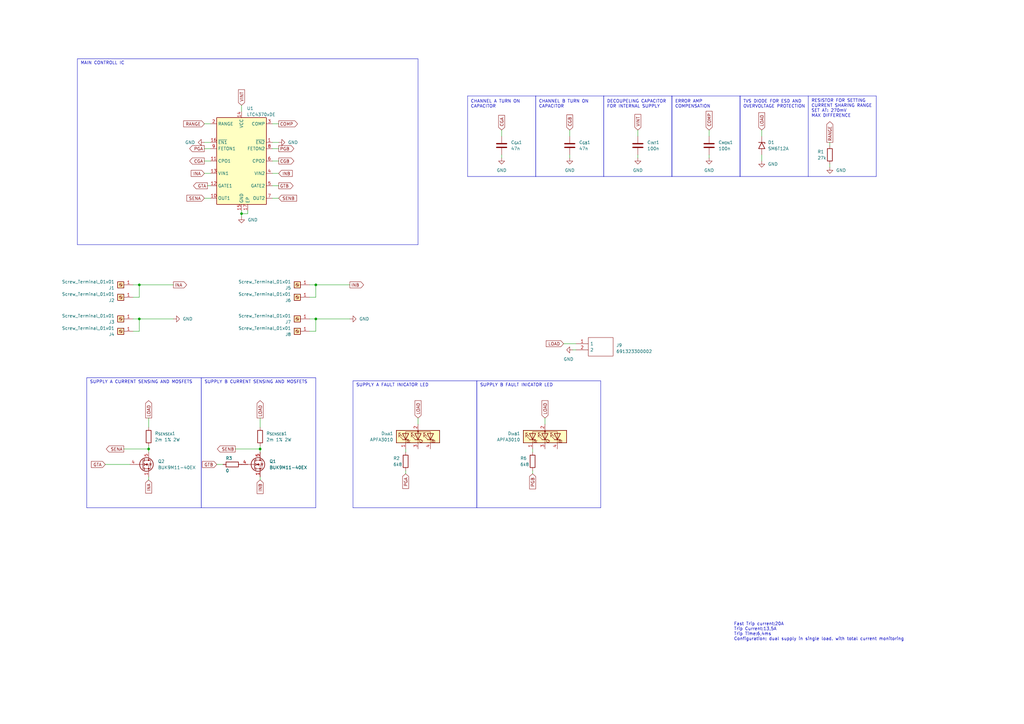
<source format=kicad_sch>
(kicad_sch (version 20231120) (generator "eeschema") (generator_version "8.0")
  (paper "A3")
  (lib_symbols
    (symbol "691323300002:691323300002" (pin_names (offset 0.762))
      (property "Reference" "J" (at 16.51 7.62 0))
      (property "Value" "691323300002" (at 16.51 5.08 0))
      (symbol "691323300002_0_0"
        (pin passive line (at 0 0 0) (length 5.08) (name "1") (number "1"))
        (pin passive line (at 0 -2.54 0) (length 5.08) (name "2") (number "2"))
      )
      (symbol "691323300002_0_1"
        (polyline (pts (xy 5.08 2.54) (xy 15.24 2.54) (xy 15.24 -5.08) (xy 5.08 -5.08) (xy 5.08 2.54)) (stroke (width 0.1524)))
      )
    )
    (symbol "Connector:Screw_Terminal_01x01" (pin_names (offset 1.016) hide)
      (property "Reference" "J" (at 0 2.54 0))
      (property "Value" "Screw_Terminal_01x01" (at 0 -2.54 0))
      (symbol "Screw_Terminal_01x01_1_1"
        (rectangle (start -1.27 1.27) (end 1.27 -1.27) (stroke (width 0.254)) (fill (type background)))
        (polyline (pts (xy -0.5334 0.3302) (xy 0.3302 -0.508)) (stroke (width 0.1524)))
        (polyline (pts (xy -0.3556 0.508) (xy 0.508 -0.3302)) (stroke (width 0.1524)))
        (circle (center 0 0) (radius 0.635) (stroke (width 0.1524)))
        (pin passive line (at -5.08 0 0) (length 3.81) (name "Pin_1") (number "1"))
      )
    )
    (symbol "Device:C" (pin_numbers hide) (pin_names (offset 0.254))
      (property "Reference" "C" (at 0.635 2.54 0))
      (property "Value" "C" (at 0.635 -2.54 0))
      (symbol "C_0_1"
        (polyline (pts (xy -2.032 -0.762) (xy 2.032 -0.762)) (stroke (width 0.508)))
        (polyline (pts (xy -2.032 0.762) (xy 2.032 0.762)) (stroke (width 0.508)))
      )
      (symbol "C_1_1"
        (pin passive line (at 0 3.81 270) (length 2.794) (name "~") (number "1"))
        (pin passive line (at 0 -3.81 90) (length 2.794) (name "~") (number "2"))
      )
    )
    (symbol "Device:R" (pin_numbers hide) (pin_names (offset 0))
      (property "Reference" "R" (at 2.032 0 90))
      (property "Value" "R" (at 0 0 90))
      (symbol "R_0_1"
        (rectangle (start -1.016 -2.54) (end 1.016 2.54) (stroke (width 0.254)))
      )
      (symbol "R_1_1"
        (pin passive line (at 0 3.81 270) (length 1.27) (name "~") (number "1"))
        (pin passive line (at 0 -3.81 90) (length 1.27) (name "~") (number "2"))
      )
    )
    (symbol "Diode:SM6T12A" (pin_numbers hide) (pin_names (offset 1.016) hide)
      (property "Reference" "D" (at 0 2.54 0))
      (property "Value" "SM6T12A" (at 0 -2.54 0))
      (symbol "SM6T12A_0_1"
        (polyline (pts (xy -0.762 1.27) (xy -1.27 1.27) (xy -1.27 -1.27)) (stroke (width 0.254)))
        (polyline (pts (xy 1.27 1.27) (xy 1.27 -1.27) (xy -1.27 0) (xy 1.27 1.27)) (stroke (width 0.254)))
      )
      (symbol "SM6T12A_1_1"
        (pin passive line (at -3.81 0 0) (length 2.54) (name "A1") (number "1"))
        (pin passive line (at 3.81 0 180) (length 2.54) (name "A2") (number "2"))
      )
    )
    (symbol "LED:APFA3010" (pin_names (offset 0) hide)
      (property "Reference" "D" (at 0 10.16 0))
      (property "Value" "APFA3010" (at 0 -10.16 0))
      (symbol "APFA3010_0_0"
        (text "B" (at -1.905 -6.35 0) (effects (font (size 1.27 1.27))))
        (text "G" (at -1.905 -1.27 0) (effects (font (size 1.27 1.27))))
        (text "R" (at -1.905 3.81 0) (effects (font (size 1.27 1.27))))
      )
      (symbol "APFA3010_0_1"
        (rectangle (start -2.54 -8.89) (end 2.54 8.89) (stroke (width 0.254)) (fill (type background)))
        (polyline (pts (xy -2.54 -5.08) (xy 1.27 -5.08)))
        (polyline (pts (xy -1.27 -3.81) (xy -1.27 -6.35)) (stroke (width 0.254)))
        (polyline (pts (xy -1.27 1.27) (xy -1.27 -1.27)) (stroke (width 0.254)))
        (polyline (pts (xy -1.27 6.35) (xy -1.27 3.81)) (stroke (width 0.254)))
        (polyline (pts (xy 1.27 5.08) (xy -2.54 5.08)))
        (polyline (pts (xy 2.54 0) (xy -2.54 0)))
        (polyline (pts (xy 1.27 -5.08) (xy 2.032 -5.08) (xy 2.032 5.08) (xy 1.27 5.08)))
        (polyline (pts (xy 1.27 -3.81) (xy 1.27 -6.35) (xy -1.27 -5.08) (xy 1.27 -3.81)) (stroke (width 0.254)))
        (polyline (pts (xy 1.27 1.27) (xy 1.27 -1.27) (xy -1.27 0) (xy 1.27 1.27)) (stroke (width 0.254)))
        (polyline (pts (xy 1.27 6.35) (xy 1.27 3.81) (xy -1.27 5.08) (xy 1.27 6.35)) (stroke (width 0.254)))
        (polyline (pts (xy -1.016 -3.81) (xy 0.508 -2.286) (xy -0.254 -2.286) (xy 0.508 -2.286) (xy 0.508 -3.048)))
        (polyline (pts (xy -1.016 1.27) (xy 0.508 2.794) (xy -0.254 2.794) (xy 0.508 2.794) (xy 0.508 2.032)))
        (polyline (pts (xy -1.016 6.35) (xy 0.508 7.874) (xy -0.254 7.874) (xy 0.508 7.874) (xy 0.508 7.112)))
        (polyline (pts (xy 0 -3.81) (xy 1.524 -2.286) (xy 0.762 -2.286) (xy 1.524 -2.286) (xy 1.524 -3.048)))
        (polyline (pts (xy 0 1.27) (xy 1.524 2.794) (xy 0.762 2.794) (xy 1.524 2.794) (xy 1.524 2.032)))
        (polyline (pts (xy 0 6.35) (xy 1.524 7.874) (xy 0.762 7.874) (xy 1.524 7.874) (xy 1.524 7.112)))
        (rectangle (start 1.27 6.35) (end 1.27 6.35))
        (circle (center 2.032 0) (radius 0.254) (fill (type outline)))
      )
      (symbol "APFA3010_1_1"
        (pin input line (at -5.08 5.08 0) (length 2.54) (name "R") (number "1"))
        (pin power_in line (at 5.08 0 180) (length 2.54) (name "A") (number "2"))
        (pin input line (at -5.08 0 0) (length 2.54) (name "G") (number "3"))
        (pin input line (at -5.08 -5.08 0) (length 2.54) (name "B") (number "4"))
      )
    )
    (symbol "Power_Management:LTC4370xDE"
      (property "Reference" "U" (at -8.89 19.05 0))
      (property "Value" "LTC4370xDE" (at 7.62 19.05 0))
      (symbol "LTC4370xDE_0_1"
        (rectangle (start -10.16 17.78) (end 10.16 -17.78) (stroke (width 0.254)) (fill (type background)))
      )
      (symbol "LTC4370xDE_1_1"
        (pin input line (at 12.7 7.62 180) (length 2.54) (name "~{EN2}") (number "1"))
        (pin input line (at -12.7 -15.24 0) (length 2.54) (name "OUT1") (number "10"))
        (pin passive line (at -12.7 0 0) (length 2.54) (name "CPO1") (number "11"))
        (pin output line (at -12.7 -10.16 0) (length 2.54) (name "GATE1") (number "12"))
        (pin power_in line (at -12.7 -5.08 0) (length 2.54) (name "VIN1") (number "13"))
        (pin power_in line (at 0 20.32 270) (length 2.54) (name "VCC") (number "14"))
        (pin power_in line (at 0 -20.32 90) (length 2.54) (name "GND") (number "15"))
        (pin input line (at -12.7 7.62 0) (length 2.54) (name "~{EN1}") (number "16"))
        (pin passive line (at 2.54 -20.32 90) (length 2.54) (name "EP") (number "17"))
        (pin passive line (at -12.7 15.24 0) (length 2.54) (name "RANGE") (number "2"))
        (pin passive line (at 12.7 15.24 180) (length 2.54) (name "COMP") (number "3"))
        (pin power_in line (at 12.7 -5.08 180) (length 2.54) (name "VIN2") (number "4"))
        (pin output line (at 12.7 -10.16 180) (length 2.54) (name "GATE2") (number "5"))
        (pin passive line (at 12.7 0 180) (length 2.54) (name "CPO2") (number "6"))
        (pin input line (at 12.7 -15.24 180) (length 2.54) (name "OUT2") (number "7"))
        (pin open_collector line (at 12.7 5.08 180) (length 2.54) (name "FETON2") (number "8"))
        (pin open_collector line (at -12.7 5.08 0) (length 2.54) (name "FETON1") (number "9"))
      )
    )
    (symbol "Transistor_FET:BUK9M11-40EX" (pin_names hide)
      (property "Reference" "Q" (at 5.08 1.905 0))
      (property "Value" "BUK9M11-40EX" (at 5.08 0 0))
      (symbol "BUK9M11-40EX_0_1"
        (polyline (pts (xy 0.254 0) (xy -2.54 0)))
        (polyline (pts (xy 0.254 1.905) (xy 0.254 -1.905)) (stroke (width 0.254)))
        (polyline (pts (xy 0.762 -1.27) (xy 0.762 -2.286)) (stroke (width 0.254)))
        (polyline (pts (xy 0.762 0.508) (xy 0.762 -0.508)) (stroke (width 0.254)))
        (polyline (pts (xy 0.762 2.286) (xy 0.762 1.27)) (stroke (width 0.254)))
        (polyline (pts (xy 2.54 2.54) (xy 2.54 1.778)))
        (polyline (pts (xy 2.54 -2.54) (xy 2.54 0) (xy 0.762 0)))
        (polyline (pts (xy 0.762 -1.778) (xy 3.302 -1.778) (xy 3.302 1.778) (xy 0.762 1.778)))
        (polyline (pts (xy 1.016 0) (xy 2.032 0.381) (xy 2.032 -0.381) (xy 1.016 0)) (fill (type outline)))
        (polyline (pts (xy 2.794 0.508) (xy 2.921 0.381) (xy 3.683 0.381) (xy 3.81 0.254)))
        (polyline (pts (xy 3.302 0.381) (xy 2.921 -0.254) (xy 3.683 -0.254) (xy 3.302 0.381)))
        (circle (center 1.651 0) (radius 2.794) (stroke (width 0.254)))
        (circle (center 2.54 -1.778) (radius 0.254) (fill (type outline)))
        (circle (center 2.54 1.778) (radius 0.254) (fill (type outline)))
      )
      (symbol "BUK9M11-40EX_1_1"
        (pin passive line (at 2.54 -5.08 90) (length 2.54) (name "S") (number "1"))
        (pin passive line (at 2.54 -5.08 90) (length 2.54) hide (name "S") (number "2"))
        (pin passive line (at 2.54 -5.08 90) (length 2.54) hide (name "S") (number "3"))
        (pin passive line (at -5.08 0 0) (length 2.54) (name "G") (number "4"))
        (pin passive line (at 2.54 5.08 270) (length 2.54) (name "D") (number "5"))
      )
    )
    (symbol "power:GND" (power) (pin_names (offset 0))
      (property "Value" "GND" (at 0 -3.81 0))
      (symbol "GND_0_1"
        (polyline (pts (xy 0 0) (xy 0 -1.27) (xy 1.27 -1.27) (xy 0 -2.54) (xy -1.27 -1.27) (xy 0 -1.27)))
      )
      (symbol "GND_1_1"
        (pin power_in line (at 0 0 270) (length 0) hide (name "GND") (number "1"))
      )
    )
  )
  (junction (at 99.06 87.63))
  (junction (at 129.54 116.84))
  (junction (at 57.15 130.81))
  (junction (at 129.54 130.81))
  (junction (at 106.68 184.15))
  (junction (at 57.15 116.84))
  (junction (at 60.96 184.15))
  (wire (pts (xy 111.76 71.12) (xy 114.3 71.12)))
  (polyline (pts (xy 246.38 156.21) (xy 246.38 208.28)))
  (wire (pts (xy 205.74 53.34) (xy 205.74 55.88)))
  (polyline (pts (xy 195.58 156.21) (xy 195.58 208.28)))
  (polyline (pts (xy 331.47 72.39) (xy 303.53 72.39)))
  (polyline (pts (xy 275.59 39.37) (xy 303.53 39.37)))
  (wire (pts (xy 129.54 116.84) (xy 143.51 116.84)))
  (polyline (pts (xy 191.77 39.37) (xy 219.71 39.37)))
  (wire (pts (xy 60.96 196.85) (xy 60.96 195.58)))
  (wire (pts (xy 54.61 130.81) (xy 57.15 130.81)))
  (wire (pts (xy 233.68 53.34) (xy 233.68 55.88)))
  (wire (pts (xy 218.44 184.15) (xy 218.44 185.42)))
  (wire (pts (xy 99.06 87.63) (xy 99.06 88.9)))
  (polyline (pts (xy 129.54 154.94) (xy 129.54 208.28)))
  (wire (pts (xy 312.42 53.34) (xy 312.42 55.88)))
  (polyline (pts (xy 303.53 39.37) (xy 303.53 72.39)))
  (wire (pts (xy 129.54 130.81) (xy 129.54 135.89)))
  (wire (pts (xy 83.82 66.04) (xy 86.36 66.04)))
  (wire (pts (xy 290.83 53.34) (xy 290.83 55.88)))
  (wire (pts (xy 83.82 71.12) (xy 86.36 71.12)))
  (wire (pts (xy 127 130.81) (xy 129.54 130.81)))
  (polyline (pts (xy 303.53 39.37) (xy 303.53 72.39)))
  (polyline (pts (xy 195.58 156.21) (xy 246.38 156.21)))
  (wire (pts (xy 223.52 171.45) (xy 223.52 173.99)))
  (polyline (pts (xy 44.45 24.13) (xy 171.45 24.13)))
  (wire (pts (xy 111.76 81.28) (xy 114.3 81.28)))
  (wire (pts (xy 231.14 140.97) (xy 236.22 140.97)))
  (polyline (pts (xy 219.71 39.37) (xy 219.71 72.39)))
  (wire (pts (xy 234.95 143.51) (xy 236.22 143.51)))
  (wire (pts (xy 129.54 121.92) (xy 129.54 116.84)))
  (polyline (pts (xy 247.65 72.39) (xy 219.71 72.39)))
  (wire (pts (xy 54.61 116.84) (xy 57.15 116.84)))
  (polyline (pts (xy 246.38 208.28) (xy 195.58 208.28)))
  (polyline (pts (xy 191.77 39.37) (xy 191.77 72.39)))
  (polyline (pts (xy 219.71 72.39) (xy 191.77 72.39)))
  (wire (pts (xy 101.6 87.63) (xy 99.06 87.63)))
  (polyline (pts (xy 303.53 39.37) (xy 331.47 39.37)))
  (polyline (pts (xy 31.75 24.13) (xy 44.45 24.13)))
  (wire (pts (xy 57.15 116.84) (xy 71.12 116.84)))
  (wire (pts (xy 340.36 68.58) (xy 340.36 67.31)))
  (wire (pts (xy 129.54 130.81) (xy 143.51 130.81)))
  (wire (pts (xy 106.68 184.15) (xy 106.68 185.42)))
  (polyline (pts (xy 303.53 72.39) (xy 275.59 72.39)))
  (polyline (pts (xy 35.56 154.94) (xy 35.56 208.28)))
  (wire (pts (xy 111.76 76.2) (xy 114.3 76.2)))
  (wire (pts (xy 101.6 86.36) (xy 101.6 87.63)))
  (wire (pts (xy 83.82 58.42) (xy 86.36 58.42)))
  (wire (pts (xy 60.96 171.45) (xy 60.96 175.26)))
  (wire (pts (xy 106.68 182.88) (xy 106.68 184.15)))
  (polyline (pts (xy 275.59 39.37) (xy 275.59 72.39)))
  (polyline (pts (xy 144.78 156.21) (xy 144.78 208.28)))
  (polyline (pts (xy 82.55 154.94) (xy 82.55 208.28)))
  (polyline (pts (xy 247.65 39.37) (xy 247.65 72.39)))
  (wire (pts (xy 54.61 135.89) (xy 57.15 135.89)))
  (wire (pts (xy 261.62 64.77) (xy 261.62 63.5)))
  (wire (pts (xy 261.62 53.34) (xy 261.62 55.88)))
  (polyline (pts (xy 82.55 154.94) (xy 82.55 208.28)))
  (polyline (pts (xy 331.47 39.37) (xy 331.47 72.39)))
  (wire (pts (xy 60.96 184.15) (xy 60.96 185.42)))
  (polyline (pts (xy 331.47 39.37) (xy 359.41 39.37)))
  (wire (pts (xy 83.82 81.28) (xy 86.36 81.28)))
  (wire (pts (xy 205.74 63.5) (xy 205.74 64.77)))
  (wire (pts (xy 96.52 184.15) (xy 106.68 184.15)))
  (polyline (pts (xy 83.82 208.28) (xy 35.56 208.28)))
  (wire (pts (xy 127 135.89) (xy 129.54 135.89)))
  (wire (pts (xy 111.76 66.04) (xy 114.3 66.04)))
  (polyline (pts (xy 195.58 156.21) (xy 195.58 208.28)))
  (wire (pts (xy 83.82 50.8) (xy 86.36 50.8)))
  (wire (pts (xy 171.45 171.45) (xy 171.45 173.99)))
  (wire (pts (xy 166.37 184.15) (xy 166.37 185.42)))
  (wire (pts (xy 111.76 58.42) (xy 114.3 58.42)))
  (wire (pts (xy 312.42 66.04) (xy 312.42 63.5)))
  (polyline (pts (xy 82.55 154.94) (xy 129.54 154.94)))
  (wire (pts (xy 218.44 193.04) (xy 218.44 194.31)))
  (wire (pts (xy 43.18 190.5) (xy 53.34 190.5)))
  (polyline (pts (xy 359.41 72.39) (xy 331.47 72.39)))
  (polyline (pts (xy 219.71 39.37) (xy 219.71 72.39)))
  (wire (pts (xy 60.96 182.88) (xy 60.96 184.15)))
  (wire (pts (xy 50.8 184.15) (xy 60.96 184.15)))
  (polyline (pts (xy 247.65 39.37) (xy 247.65 72.39)))
  (wire (pts (xy 85.09 76.2) (xy 86.36 76.2)))
  (wire (pts (xy 111.76 60.96) (xy 114.3 60.96)))
  (wire (pts (xy 340.36 58.42) (xy 340.36 59.69)))
  (wire (pts (xy 106.68 171.45) (xy 106.68 175.26)))
  (wire (pts (xy 290.83 63.5) (xy 290.83 64.77)))
  (polyline (pts (xy 171.45 100.33) (xy 31.75 100.33)))
  (wire (pts (xy 127 121.92) (xy 129.54 121.92)))
  (wire (pts (xy 57.15 130.81) (xy 71.12 130.81)))
  (polyline (pts (xy 275.59 72.39) (xy 247.65 72.39)))
  (wire (pts (xy 54.61 121.92) (xy 57.15 121.92)))
  (wire (pts (xy 166.37 193.04) (xy 166.37 194.31)))
  (polyline (pts (xy 31.75 100.33) (xy 31.75 24.13)))
  (polyline (pts (xy 359.41 39.37) (xy 359.41 72.39)))
  (polyline (pts (xy 275.59 39.37) (xy 275.59 72.39)))
  (polyline (pts (xy 195.58 208.28) (xy 144.78 208.28)))
  (polyline (pts (xy 219.71 39.37) (xy 247.65 39.37)))
  (wire (pts (xy 111.76 50.8) (xy 114.3 50.8)))
  (wire (pts (xy 233.68 64.77) (xy 233.68 63.5)))
  (wire (pts (xy 127 116.84) (xy 129.54 116.84)))
  (polyline (pts (xy 247.65 39.37) (xy 275.59 39.37)))
  (wire (pts (xy 106.68 195.58) (xy 106.68 196.85)))
  (wire (pts (xy 57.15 121.92) (xy 57.15 116.84)))
  (polyline (pts (xy 144.78 156.21) (xy 195.58 156.21)))
  (polyline (pts (xy 129.54 208.28) (xy 83.82 208.28)))
  (polyline (pts (xy 35.56 154.94) (xy 82.55 154.94)))
  (polyline (pts (xy 171.45 24.13) (xy 171.45 100.33)))
  (wire (pts (xy 99.06 86.36) (xy 99.06 87.63)))
  (wire (pts (xy 83.82 60.96) (xy 86.36 60.96)))
  (wire (pts (xy 57.15 130.81) (xy 57.15 135.89)))
  (wire (pts (xy 88.9 190.5) (xy 91.44 190.5)))
  (wire (pts (xy 99.06 43.18) (xy 99.06 45.72)))
  (text "CHANNEL A TURN ON \nCAPACITOR\n" (at 193.04 44.45 0) (effects (font (size 1.27 1.27)) (justify left bottom)))
  (text "SUPPLY B CURRENT SENSING AND MOSFETS\n" (at 83.82 157.48 0) (effects (font (size 1.27 1.27)) (justify left bottom)))
  (text "MAIN CONTROLL IC " (at 33.02 26.67 0) (effects (font (size 1.27 1.27)) (justify left bottom)))
  (text "RESISTOR FOR SETTING \nCURRENT SHARING RANGE\nSET AT: 270mV\nMAX DIFFERENCE" (at 332.74 48.26 0) (effects (font (size 1.27 1.27)) (justify left bottom)))
  (text "SUPPLY A FAULT INICATOR LED\n" (at 146.05 158.75 0) (effects (font (size 1.27 1.27)) (justify left bottom)))
  (text "ERROR AMP\nCOMPENSATION\n" (at 276.86 44.45 0) (effects (font (size 1.27 1.27)) (justify left bottom)))
  (text "SUPPLY A CURRENT SENSING AND MOSFETS\n" (at 36.83 157.48 0) (effects (font (size 1.27 1.27)) (justify left bottom)))
  (text "TVS DIODE FOR ESD AND \nOVERVOLTAGE PROTECTION" (at 304.8 44.45 0) (effects (font (size 1.27 1.27)) (justify left bottom)))
  (text "Fast Trip current:20A\nTrip Current:13,5A\nTrip Time:6,4ms\nConfiguration: dual supply in single load. with total current monitoring" (at 300.99 262.89 0) (effects (font (size 1.27 1.27)) (justify left bottom)))
  (text "CHANNEL B TURN ON \nCAPACITOR\n" (at 220.98 44.45 0) (effects (font (size 1.27 1.27)) (justify left bottom)))
  (text "DECOUPELING CAPACITOR \nFOR INTERNAL SUPPLY\n" (at 248.92 44.45 0) (effects (font (size 1.27 1.27)) (justify left bottom)))
  (text "SUPPLY B FAULT INICATOR LED\n" (at 196.85 158.75 0) (effects (font (size 1.27 1.27)) (justify left bottom)))
  (global_label "INB" (shape output) (at 143.51 116.84 0) (property "Intersheetrefs" "${INTERSHEET_REFS}" (effects (hide yes))))
  (global_label "INB" (shape input) (at 114.3 71.12 0) (property "Intersheetrefs" "${INTERSHEET_REFS}" (effects (hide yes))))
  (global_label "COMP" (shape input) (at 290.83 53.34 90) (property "Intersheetrefs" "${INTERSHEET_REFS}" (effects (hide yes))))
  (global_label "GTB" (shape output) (at 114.3 76.2 0) (property "Intersheetrefs" "${INTERSHEET_REFS}" (effects (hide yes))))
  (global_label "CGB" (shape input) (at 233.68 53.34 90) (property "Intersheetrefs" "${INTERSHEET_REFS}" (effects (hide yes))))
  (global_label "INA" (shape input) (at 83.82 71.12 180) (property "Intersheetrefs" "${INTERSHEET_REFS}" (effects (hide yes))))
  (global_label "RANGE" (shape input) (at 83.82 50.8 180) (property "Intersheetrefs" "${INTERSHEET_REFS}" (effects (hide yes))))
  (global_label "LOAD" (shape input) (at 171.45 171.45 90) (property "Intersheetrefs" "${INTERSHEET_REFS}" (effects (hide yes))))
  (global_label "PGA" (shape input) (at 166.37 194.31 270) (property "Intersheetrefs" "${INTERSHEET_REFS}" (effects (hide yes))))
  (global_label "LOAD" (shape output) (at 60.96 171.45 90) (property "Intersheetrefs" "${INTERSHEET_REFS}" (effects (hide yes))))
  (global_label "INB" (shape input) (at 106.68 196.85 270) (property "Intersheetrefs" "${INTERSHEET_REFS}" (effects (hide yes))))
  (global_label "GTA" (shape output) (at 85.09 76.2 180) (property "Intersheetrefs" "${INTERSHEET_REFS}" (effects (hide yes))))
  (global_label "SENA" (shape output) (at 50.8 184.15 180) (property "Intersheetrefs" "${INTERSHEET_REFS}" (effects (hide yes))))
  (global_label "CGA" (shape output) (at 83.82 66.04 180) (property "Intersheetrefs" "${INTERSHEET_REFS}" (effects (hide yes))))
  (global_label "PGB" (shape output) (at 114.3 60.96 0) (property "Intersheetrefs" "${INTERSHEET_REFS}" (effects (hide yes))))
  (global_label "SENB" (shape output) (at 96.52 184.15 180) (property "Intersheetrefs" "${INTERSHEET_REFS}" (effects (hide yes))))
  (global_label "SENA" (shape input) (at 83.82 81.28 180) (property "Intersheetrefs" "${INTERSHEET_REFS}" (effects (hide yes))))
  (global_label "LOAD" (shape input) (at 223.52 171.45 90) (property "Intersheetrefs" "${INTERSHEET_REFS}" (effects (hide yes))))
  (global_label "LOAD" (shape output) (at 106.68 171.45 90) (property "Intersheetrefs" "${INTERSHEET_REFS}" (effects (hide yes))))
  (global_label "LOAD" (shape input) (at 231.14 140.97 180) (property "Intersheetrefs" "${INTERSHEET_REFS}" (effects (hide yes))))
  (global_label "CGA" (shape input) (at 205.74 53.34 90) (property "Intersheetrefs" "${INTERSHEET_REFS}" (effects (hide yes))))
  (global_label "VINT" (shape input) (at 261.62 53.34 90) (property "Intersheetrefs" "${INTERSHEET_REFS}" (effects (hide yes))))
  (global_label "GTB" (shape input) (at 88.9 190.5 180) (property "Intersheetrefs" "${INTERSHEET_REFS}" (effects (hide yes))))
  (global_label "INA" (shape input) (at 60.96 196.85 270) (property "Intersheetrefs" "${INTERSHEET_REFS}" (effects (hide yes))))
  (global_label "LOAD" (shape input) (at 312.42 53.34 90) (property "Intersheetrefs" "${INTERSHEET_REFS}" (effects (hide yes))))
  (global_label "INA" (shape output) (at 71.12 116.84 0) (property "Intersheetrefs" "${INTERSHEET_REFS}" (effects (hide yes))))
  (global_label "RANGE" (shape output) (at 340.36 58.42 90) (property "Intersheetrefs" "${INTERSHEET_REFS}" (effects (hide yes))))
  (global_label "PGA" (shape output) (at 83.82 60.96 180) (property "Intersheetrefs" "${INTERSHEET_REFS}" (effects (hide yes))))
  (global_label "PGB" (shape input) (at 218.44 194.31 270) (property "Intersheetrefs" "${INTERSHEET_REFS}" (effects (hide yes))))
  (global_label "SENB" (shape input) (at 114.3 81.28 0) (property "Intersheetrefs" "${INTERSHEET_REFS}" (effects (hide yes))))
  (global_label "VINT" (shape input) (at 99.06 43.18 90) (property "Intersheetrefs" "${INTERSHEET_REFS}" (effects (hide yes))))
  (global_label "GTA" (shape input) (at 43.18 190.5 180) (property "Intersheetrefs" "${INTERSHEET_REFS}" (effects (hide yes))))
  (global_label "CGB" (shape output) (at 114.3 66.04 0) (property "Intersheetrefs" "${INTERSHEET_REFS}" (effects (hide yes))))
  (global_label "COMP" (shape output) (at 114.3 50.8 0) (property "Intersheetrefs" "${INTERSHEET_REFS}" (effects (hide yes))))
  (symbol (lib_id "Device:R") (at 106.68 179.07 180) (unit 1)
    (property "Reference" "R_{SENSEB}1" (at 109.22 177.8 0) (effects (justify right)))
    (property "Value" "2m 1% 2W" (at 109.22 180.3399 0) (effects (justify right)))
    (property "Footprint" "Resistor_SMD:R_0612_1632Metric" (effects (hide yes)))
    (property "Datasheet" "https://www.mouser.de/datasheet/2/427/wfcp-2899691.pdf" (effects (hide yes)))
    (property "Mouser Link" "https://www.mouser.de/ProductDetail/Vishay-Dale/WFCP06122L000FE66?qs=sGAEpiMZZMvdGkrng054tx4c7YuULGmGa0aZZRz3gFBAO8QnqLWVJw%3D%3D" (effects (hide yes)))
  )
  (symbol (lib_id "LED:APFA3010") (at 223.52 179.07 90) (unit 1)
    (property "Reference" "D_{InB}1" (at 213.36 177.7999 90) (effects (justify left)))
    (property "Value" "APFA3010" (at 213.36 180.3399 90) (effects (justify left)))
    (property "Footprint" "LED_SMD:LED_Kingbright_APFA3010_3x1.5mm_Horizontal" (effects (hide yes)))
    (property "Datasheet" "http://www.kingbrightusa.com/images/catalog/SPEC/APFA3010LSEEZGKQBKC.pdf" (effects (hide yes)))
  )
  (symbol (lib_id "power:GND") (at 261.62 64.77 0) (unit 1)
    (property "Reference" "#PWR011" (effects (hide yes)))
    (property "Value" "GND" (at 261.62 69.85 0))
  )
  (symbol (lib_id "power:GND") (at 71.12 130.81 90) (unit 1)
    (property "Reference" "#PWR015" (effects (hide yes)))
    (property "Value" "GND" (at 74.93 130.81 90) (effects (justify right)))
  )
  (symbol (lib_id "Power_Management:LTC4370xDE") (at 99.06 66.04 0) (unit 1)
    (property "Reference" "U1" (at 101.2541 44.45 0) (effects (justify left)))
    (property "Value" "LTC4370xDE" (at 101.2541 46.99 0) (effects (justify left)))
    (property "Footprint" "Package_DFN_QFN:DFN-16-1EP_3x4mm_P0.45mm_EP1.7x3.3mm" (effects (hide yes)))
    (property "Datasheet" "https://www.analog.com/media/en/technical-documentation/data-sheets/4370f.pdf" (effects (hide yes)))
  )
  (symbol (lib_id "power:GND") (at 290.83 64.77 0) (unit 1)
    (property "Reference" "#PWR010" (effects (hide yes)))
    (property "Value" "GND" (at 290.83 69.85 0))
  )
  (symbol (lib_id "Connector:Screw_Terminal_01x01") (at 49.53 116.84 180) (unit 1)
    (property "Reference" "J1" (at 46.99 118.1101 0) (effects (justify left)))
    (property "Value" "Screw_Terminal_01x01" (at 46.99 115.5701 0) (effects (justify left)))
    (property "Footprint" "MountingHole:MountingHole_3.5mm_Pad" (effects (hide yes)))
  )
  (symbol (lib_id "Device:C") (at 290.83 59.69 0) (unit 1)
    (property "Reference" "C_{MON}1" (at 294.64 58.4199 0) (effects (justify left)))
    (property "Value" "100n" (at 294.64 60.9599 0) (effects (justify left)))
    (property "Footprint" "Capacitor_SMD:C_0805_2012Metric" (effects (hide yes)))
  )
  (symbol (lib_id "power:GND") (at 234.95 143.51 270) (unit 1)
    (property "Reference" "#PWR013" (effects (hide yes)))
    (property "Value" "GND" (at 231.14 147.32 90) (effects (justify left)))
  )
  (symbol (lib_id "Connector:Screw_Terminal_01x01") (at 49.53 135.89 180) (unit 1)
    (property "Reference" "J4" (at 46.99 137.1601 0) (effects (justify left)))
    (property "Value" "Screw_Terminal_01x01" (at 46.99 134.6201 0) (effects (justify left)))
    (property "Footprint" "MountingHole:MountingHole_3.5mm_Pad" (effects (hide yes)))
  )
  (symbol (lib_id "Device:C") (at 233.68 59.69 0) (unit 1)
    (property "Reference" "C_{GB}1" (at 237.49 58.42 0) (effects (justify left)))
    (property "Value" "47n" (at 237.49 60.96 0) (effects (justify left)))
    (property "Footprint" "Capacitor_SMD:C_0805_2012Metric" (effects (hide yes)))
  )
  (symbol (lib_id "Transistor_FET:BUK9M11-40EX") (at 58.42 190.5 0) (unit 1)
    (property "Reference" "Q2" (at 64.77 189.23 0) (effects (justify left)))
    (property "Value" "BUK9M11-40EX" (at 64.77 191.77 0) (effects (justify left)))
    (property "Footprint" "Package_TO_SOT_SMD:LFPAK33" (effects (hide yes)))
    (property "Datasheet" "https://assets.nexperia.com/documents/data-sheet/BUK9M11-40E.pdf" (effects (hide yes)))
  )
  (symbol (lib_id "Device:R") (at 60.96 179.07 180) (unit 1)
    (property "Reference" "R_{SENSEA}1" (at 63.5 177.8 0) (effects (justify right)))
    (property "Value" "2m 1% 2W" (at 63.5 180.34 0) (effects (justify right)))
    (property "Footprint" "Resistor_SMD:R_0612_1632Metric" (effects (hide yes)))
    (property "Datasheet" "https://www.mouser.de/datasheet/2/427/wfcp-2899691.pdf" (effects (hide yes)))
    (property "Mouser Link" "https://www.mouser.de/ProductDetail/Vishay-Dale/WFCP06122L000FE66?qs=sGAEpiMZZMvdGkrng054tx4c7YuULGmGa0aZZRz3gFBAO8QnqLWVJw%3D%3D" (effects (hide yes)))
  )
  (symbol (lib_id "Connector:Screw_Terminal_01x01") (at 49.53 121.92 180) (unit 1)
    (property "Reference" "J2" (at 46.99 123.1901 0) (effects (justify left)))
    (property "Value" "Screw_Terminal_01x01" (at 46.99 120.6501 0) (effects (justify left)))
    (property "Footprint" "MountingHole:MountingHole_3.5mm_Pad" (effects (hide yes)))
  )
  (symbol (lib_id "Device:R") (at 340.36 63.5 0) (unit 1)
    (property "Reference" "R1" (at 335.28 62.23 0) (effects (justify left)))
    (property "Value" "27k" (at 335.28 64.77 0) (effects (justify left)))
    (property "Footprint" "Resistor_SMD:R_0805_2012Metric" (effects (hide yes)))
  )
  (symbol (lib_id "Device:R") (at 218.44 189.23 0) (unit 1)
    (property "Reference" "R6" (at 213.36 187.96 0) (effects (justify left)))
    (property "Value" "6k8" (at 213.36 190.5 0) (effects (justify left)))
    (property "Footprint" "Resistor_SMD:R_0805_2012Metric" (effects (hide yes)))
  )
  (symbol (lib_id "LED:APFA3010") (at 171.45 179.07 90) (unit 1)
    (property "Reference" "D_{InA}1" (at 161.29 177.7999 90) (effects (justify left)))
    (property "Value" "APFA3010" (at 161.29 180.3399 90) (effects (justify left)))
    (property "Footprint" "LED_SMD:LED_Kingbright_APFA3010_3x1.5mm_Horizontal" (effects (hide yes)))
    (property "Datasheet" "http://www.kingbrightusa.com/images/catalog/SPEC/APFA3010LSEEZGKQBKC.pdf" (effects (hide yes)))
  )
  (symbol (lib_id "Device:R") (at 95.25 190.5 90) (unit 1)
    (property "Reference" "R3" (at 95.25 187.96 90) (effects (justify left)))
    (property "Value" "0" (at 93.98 193.04 90) (effects (justify left)))
    (property "Footprint" "Resistor_SMD:R_0805_2012Metric" (effects (hide yes)))
  )
  (symbol (lib_id "Connector:Screw_Terminal_01x01") (at 121.92 121.92 180) (unit 1)
    (property "Reference" "J6" (at 119.38 123.1901 0) (effects (justify left)))
    (property "Value" "Screw_Terminal_01x01" (at 119.38 120.6501 0) (effects (justify left)))
    (property "Footprint" "MountingHole:MountingHole_3.5mm_Pad" (effects (hide yes)))
  )
  (symbol (lib_id "Device:C") (at 261.62 59.69 0) (unit 1)
    (property "Reference" "C_{INT}1" (at 265.43 58.4199 0) (effects (justify left)))
    (property "Value" "100n" (at 265.43 60.9599 0) (effects (justify left)))
    (property "Footprint" "Capacitor_SMD:C_0805_2012Metric" (effects (hide yes)))
  )
  (symbol (lib_id "power:GND") (at 205.74 64.77 0) (unit 1)
    (property "Reference" "#PWR09" (effects (hide yes)))
    (property "Value" "GND" (at 205.74 69.85 0))
  )
  (symbol (lib_id "Diode:SM6T12A") (at 312.42 59.69 270) (unit 1)
    (property "Reference" "D1" (at 314.96 58.4199 90) (effects (justify left)))
    (property "Value" "SM6T12A" (at 314.96 60.9599 90) (effects (justify left)))
    (property "Footprint" "Diode_SMD:D_SMB" (effects (hide yes)))
    (property "Datasheet" "https://www.st.com/resource/en/datasheet/sm6t.pdf" (effects (hide yes)))
  )
  (symbol (lib_id "Transistor_FET:BUK9M11-40EX") (at 104.14 190.5 0) (unit 1)
    (property "Reference" "Q1" (at 110.49 189.23 0) (effects (justify left)))
    (property "Value" "BUK9M11-40EX" (at 110.49 191.77 0) (effects (justify left)))
    (property "Footprint" "Package_TO_SOT_SMD:LFPAK33" (effects (hide yes)))
    (property "Datasheet" "https://assets.nexperia.com/documents/data-sheet/BUK9M11-40E.pdf" (effects (hide yes)))
  )
  (symbol (lib_id "power:GND") (at 143.51 130.81 90) (unit 1)
    (property "Reference" "#PWR017" (effects (hide yes)))
    (property "Value" "GND" (at 147.32 130.81 90) (effects (justify right)))
  )
  (symbol (lib_id "Device:R") (at 166.37 189.23 0) (unit 1)
    (property "Reference" "R2" (at 161.29 187.96 0) (effects (justify left)))
    (property "Value" "6k8" (at 161.29 190.5 0) (effects (justify left)))
    (property "Footprint" "Resistor_SMD:R_0805_2012Metric" (effects (hide yes)))
  )
  (symbol (lib_id "Connector:Screw_Terminal_01x01") (at 121.92 130.81 180) (unit 1)
    (property "Reference" "J7" (at 119.38 132.0801 0) (effects (justify left)))
    (property "Value" "Screw_Terminal_01x01" (at 119.38 129.5401 0) (effects (justify left)))
    (property "Footprint" "MountingHole:MountingHole_3.5mm_Pad" (effects (hide yes)))
  )
  (symbol (lib_id "power:GND") (at 114.3 58.42 90) (unit 1)
    (property "Reference" "#PWR07" (effects (hide yes)))
    (property "Value" "GND" (at 118.11 58.4199 90) (effects (justify right)))
  )
  (symbol (lib_id "Connector:Screw_Terminal_01x01") (at 49.53 130.81 180) (unit 1)
    (property "Reference" "J3" (at 46.99 132.0801 0) (effects (justify left)))
    (property "Value" "Screw_Terminal_01x01" (at 46.99 129.5401 0) (effects (justify left)))
    (property "Footprint" "MountingHole:MountingHole_3.5mm_Pad" (effects (hide yes)))
  )
  (symbol (lib_id "691323300002:691323300002") (at 236.22 140.97 0) (unit 1)
    (property "Reference" "J9" (at 252.73 141.605 0) (effects (justify left)))
    (property "Value" "691323300002" (at 252.73 144.145 0) (effects (justify left)))
    (property "Footprint" "KiCad:691323300002" (effects (hide yes)))
    (property "Datasheet" "https://www.we-online.com/catalog/datasheet/691323300002.pdf" (effects (hide yes)))
    (property "Description" "WURTH ELEKTRONIK - 691323300002 - Terminal Block, Header, 3.81 mm, 2 Ways, 10 A, 300 V, Through Hole Vertical" (effects (hide yes)))
    (property "Height" "9.4" (effects (hide yes)))
    (property "Mouser Part Number" "710-691323300002" (effects (hide yes)))
    (property "Mouser Price/Stock" "https://www.mouser.co.uk/ProductDetail/Wurth-Elektronik/691323300002?qs=sPbYRqrBIVninAwyXiV%2FaQ%3D%3D" (effects (hide yes)))
    (property "Manufacturer_Name" "Wurth Elektronik" (effects (hide yes)))
    (property "Manufacturer_Part_Number" "691323300002" (effects (hide yes)))
  )
  (symbol (lib_id "Device:C") (at 205.74 59.69 0) (unit 1)
    (property "Reference" "C_{GA}1" (at 209.55 58.42 0) (effects (justify left)))
    (property "Value" "47n" (at 209.55 60.96 0) (effects (justify left)))
    (property "Footprint" "Capacitor_SMD:C_0805_2012Metric" (effects (hide yes)))
  )
  (symbol (lib_id "power:GND") (at 233.68 64.77 0) (unit 1)
    (property "Reference" "#PWR012" (effects (hide yes)))
    (property "Value" "GND" (at 233.68 69.85 0))
  )
  (symbol (lib_id "power:GND") (at 340.36 68.58 0) (unit 1)
    (property "Reference" "#PWR02" (effects (hide yes)))
    (property "Value" "GND" (at 342.9 69.8499 0) (effects (justify left)))
  )
  (symbol (lib_id "power:GND") (at 83.82 58.42 270) (unit 1)
    (property "Reference" "#PWR01" (effects (hide yes)))
    (property "Value" "GND" (at 80.01 58.42 90) (effects (justify right)))
  )
  (symbol (lib_id "Connector:Screw_Terminal_01x01") (at 121.92 135.89 180) (unit 1)
    (property "Reference" "J8" (at 119.38 137.1601 0) (effects (justify left)))
    (property "Value" "Screw_Terminal_01x01" (at 119.38 134.6201 0) (effects (justify left)))
    (property "Footprint" "MountingHole:MountingHole_3.5mm_Pad" (effects (hide yes)))
  )
  (symbol (lib_id "power:GND") (at 99.06 88.9 0) (unit 1)
    (property "Reference" "#PWR05" (effects (hide yes)))
    (property "Value" "GND" (at 101.6 90.17 0) (effects (justify left)))
  )
  (symbol (lib_id "power:GND") (at 312.42 66.04 0) (unit 1)
    (property "Reference" "#PWR016" (effects (hide yes)))
    (property "Value" "GND" (at 314.96 67.3099 0) (effects (justify left)))
  )
  (symbol (lib_id "Connector:Screw_Terminal_01x01") (at 121.92 116.84 180) (unit 1)
    (property "Reference" "J5" (at 119.38 118.1101 0) (effects (justify left)))
    (property "Value" "Screw_Terminal_01x01" (at 119.38 115.5701 0) (effects (justify left)))
    (property "Footprint" "MountingHole:MountingHole_3.5mm_Pad" (effects (hide yes)))
  )
)
</source>
